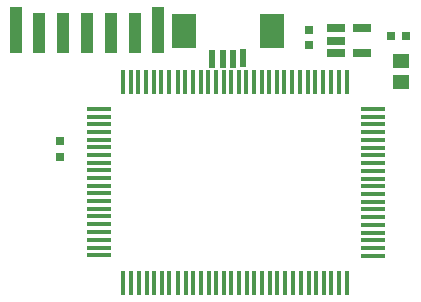
<source format=gbr>
%TF.GenerationSoftware,KiCad,Pcbnew,(6.0.2)*%
%TF.CreationDate,2022-09-17T11:41:15-05:00*%
%TF.ProjectId,REF2160,52454632-3136-4302-9e6b-696361645f70,rev?*%
%TF.SameCoordinates,Original*%
%TF.FileFunction,Paste,Bot*%
%TF.FilePolarity,Positive*%
%FSLAX46Y46*%
G04 Gerber Fmt 4.6, Leading zero omitted, Abs format (unit mm)*
G04 Created by KiCad (PCBNEW (6.0.2)) date 2022-09-17 11:41:15*
%MOMM*%
%LPD*%
G01*
G04 APERTURE LIST*
%ADD10R,0.350000X2.000000*%
%ADD11R,2.000000X0.350000*%
%ADD12R,1.000000X4.000000*%
%ADD13R,1.000000X3.500000*%
%ADD14R,1.500000X0.800000*%
%ADD15R,1.450000X1.150000*%
%ADD16R,0.550000X1.630000*%
%ADD17R,2.000000X3.000000*%
%ADD18R,0.800000X0.800000*%
G04 APERTURE END LIST*
D10*
%TO.C,U5*%
X161629000Y-94392000D03*
X160954000Y-94392000D03*
X160276000Y-94392000D03*
X159643000Y-94392000D03*
X158968000Y-94392000D03*
X158373000Y-94392000D03*
X157697000Y-94393000D03*
X157020000Y-94393000D03*
X156350000Y-94389000D03*
X155713000Y-94389000D03*
X155078000Y-94390000D03*
X154444000Y-94388000D03*
X153768000Y-94388000D03*
X153133000Y-94392000D03*
X152498000Y-94387000D03*
X151821000Y-94390000D03*
X151191000Y-94390000D03*
X150555000Y-94389000D03*
X149881000Y-94390000D03*
X149243000Y-94390000D03*
X148571000Y-94390000D03*
X147936000Y-94391000D03*
X147300000Y-94392000D03*
X146545000Y-94389000D03*
X145912000Y-94389000D03*
X145271000Y-94392000D03*
X144640000Y-94392000D03*
X143967000Y-94388000D03*
X143332000Y-94391000D03*
X142656000Y-94391000D03*
D11*
X140591000Y-92049000D03*
X140594000Y-91414000D03*
X140593000Y-90739000D03*
X140591000Y-90104000D03*
X140593000Y-89430000D03*
X140592000Y-88755000D03*
X140592000Y-88124000D03*
X140590000Y-87486000D03*
X140590000Y-86810000D03*
X140592000Y-86177000D03*
X140592000Y-85541000D03*
X140590000Y-84867000D03*
X140592000Y-84232000D03*
X140592000Y-83557000D03*
X140593000Y-82922000D03*
X140593000Y-82246000D03*
X140592000Y-81610000D03*
X140590000Y-80934000D03*
X140593000Y-80301000D03*
X140594000Y-79625000D03*
D10*
X142616000Y-77363000D03*
X143294000Y-77365000D03*
X143929000Y-77369000D03*
X144602000Y-77364000D03*
X145239000Y-77363000D03*
X145871000Y-77365000D03*
X146507000Y-77368000D03*
X147259000Y-77364000D03*
X147894000Y-77365000D03*
X148534000Y-77368000D03*
X149203000Y-77364000D03*
X149839000Y-77364000D03*
X150517000Y-77364000D03*
X151149000Y-77361000D03*
X151785000Y-77366000D03*
X152461000Y-77363000D03*
X153095000Y-77364000D03*
X153730000Y-77366000D03*
X154406000Y-77364000D03*
X155036000Y-77365000D03*
X155677000Y-77363000D03*
X156310000Y-77363000D03*
X156987000Y-77362000D03*
X157656000Y-77362000D03*
X158331000Y-77363000D03*
X158929000Y-77363000D03*
X159602000Y-77366000D03*
X160239000Y-77366000D03*
X160912000Y-77361000D03*
X161587000Y-77366000D03*
D11*
X163770000Y-79669000D03*
X163770000Y-80340000D03*
X163769000Y-80974000D03*
X163771000Y-81648000D03*
X163770000Y-82288000D03*
X163773000Y-82959000D03*
X163773000Y-83594000D03*
X163770000Y-84270000D03*
X163774000Y-84901000D03*
X163774000Y-85581000D03*
X163770000Y-86217000D03*
X163770000Y-86850000D03*
X163771000Y-87524000D03*
X163771000Y-88160000D03*
X163769000Y-88795000D03*
X163771000Y-89468000D03*
X163770000Y-90140000D03*
X163774000Y-90778000D03*
X163770000Y-91453000D03*
X163770000Y-92089000D03*
%TD*%
D12*
%TO.C,J2*%
X145643000Y-73003000D03*
D13*
X143651000Y-73233000D03*
X141628000Y-73243000D03*
X139603000Y-73238000D03*
X137583000Y-73227000D03*
X135556000Y-73235000D03*
D12*
X133574000Y-73001000D03*
%TD*%
D14*
%TO.C,U7*%
X160711000Y-74900000D03*
X160712000Y-73866000D03*
X160711000Y-72834000D03*
X162895000Y-72836000D03*
X162894000Y-74899000D03*
%TD*%
D15*
%TO.C,L1*%
X166190000Y-77361000D03*
X166189000Y-75575000D03*
%TD*%
D16*
%TO.C,J3*%
X150201000Y-75389000D03*
X151075000Y-75390000D03*
X151945000Y-75390000D03*
X152779000Y-75385000D03*
D17*
X155242000Y-73047000D03*
X147818000Y-73045000D03*
%TD*%
D18*
%TO.C,C6*%
X137296000Y-83709000D03*
X137297000Y-82400000D03*
%TD*%
%TO.C,C7*%
X158371500Y-74261500D03*
X158372500Y-72952500D03*
%TD*%
%TO.C,C8*%
X166610000Y-73510000D03*
X165301000Y-73509000D03*
%TD*%
M02*

</source>
